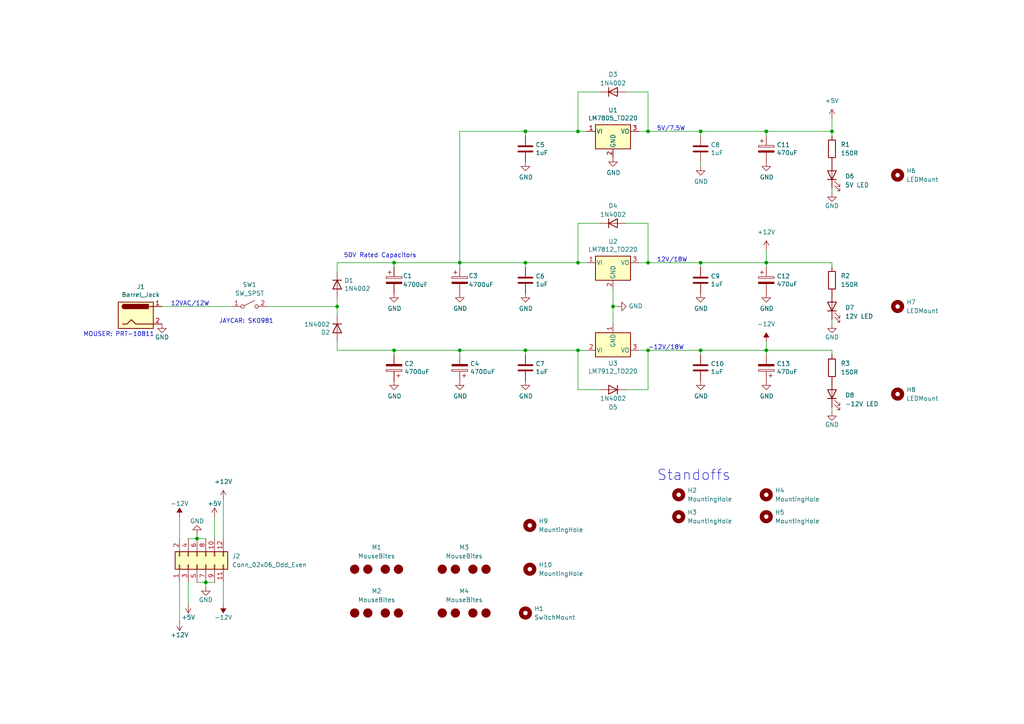
<source format=kicad_sch>
(kicad_sch (version 20211123) (generator eeschema)
  (paper "A4")
  (lib_symbols
    (symbol "Connector:Barrel_Jack" (pin_names (offset 1.016))
      (property "Reference" "J" (at 0 5.334 0))
      (property "Value" "Barrel_Jack" (at 0 -5.08 0))
      (symbol "Barrel_Jack_0_1"
        (rectangle (start -5.08 3.81) (end 5.08 -3.81) (stroke (width 0.254)) (fill (type background)))
        (arc (start -3.302 3.175) (mid -3.937 2.54) (end -3.302 1.905) (stroke (width 0.254)))
        (arc (start -3.302 3.175) (mid -3.937 2.54) (end -3.302 1.905) (stroke (width 0.254)) (fill (type outline)))
        (polyline (pts (xy 5.08 2.54) (xy 3.81 2.54)) (stroke (width 0.254)))
        (polyline (pts (xy -3.81 -2.54) (xy -2.54 -2.54) (xy -1.27 -1.27) (xy 0 -2.54) (xy 2.54 -2.54) (xy 5.08 -2.54)) (stroke (width 0.254)))
        (rectangle (start 3.683 3.175) (end -3.302 1.905) (stroke (width 0.254)) (fill (type outline)))
      )
      (symbol "Barrel_Jack_1_1"
        (pin passive line (at 7.62 2.54 180) (length 2.54) (name "~") (number "1"))
        (pin passive line (at 7.62 -2.54 180) (length 2.54) (name "~") (number "2"))
      )
    )
    (symbol "Connector_Generic:Conn_02x06_Odd_Even" (pin_names (offset 1.016) hide)
      (property "Reference" "J" (at 1.27 7.62 0))
      (property "Value" "Conn_02x06_Odd_Even" (at 1.27 -10.16 0))
      (symbol "Conn_02x06_Odd_Even_1_1"
        (rectangle (start -1.27 -7.493) (end 0 -7.747) (stroke (width 0.1524)))
        (rectangle (start -1.27 -4.953) (end 0 -5.207) (stroke (width 0.1524)))
        (rectangle (start -1.27 -2.413) (end 0 -2.667) (stroke (width 0.1524)))
        (rectangle (start -1.27 0.127) (end 0 -0.127) (stroke (width 0.1524)))
        (rectangle (start -1.27 2.667) (end 0 2.413) (stroke (width 0.1524)))
        (rectangle (start -1.27 5.207) (end 0 4.953) (stroke (width 0.1524)))
        (rectangle (start -1.27 6.35) (end 3.81 -8.89) (stroke (width 0.254)) (fill (type background)))
        (rectangle (start 3.81 -7.493) (end 2.54 -7.747) (stroke (width 0.1524)))
        (rectangle (start 3.81 -4.953) (end 2.54 -5.207) (stroke (width 0.1524)))
        (rectangle (start 3.81 -2.413) (end 2.54 -2.667) (stroke (width 0.1524)))
        (rectangle (start 3.81 0.127) (end 2.54 -0.127) (stroke (width 0.1524)))
        (rectangle (start 3.81 2.667) (end 2.54 2.413) (stroke (width 0.1524)))
        (rectangle (start 3.81 5.207) (end 2.54 4.953) (stroke (width 0.1524)))
        (pin passive line (at -5.08 5.08 0) (length 3.81) (name "Pin_1") (number "1"))
        (pin passive line (at 7.62 -5.08 180) (length 3.81) (name "Pin_10") (number "10"))
        (pin passive line (at -5.08 -7.62 0) (length 3.81) (name "Pin_11") (number "11"))
        (pin passive line (at 7.62 -7.62 180) (length 3.81) (name "Pin_12") (number "12"))
        (pin passive line (at 7.62 5.08 180) (length 3.81) (name "Pin_2") (number "2"))
        (pin passive line (at -5.08 2.54 0) (length 3.81) (name "Pin_3") (number "3"))
        (pin passive line (at 7.62 2.54 180) (length 3.81) (name "Pin_4") (number "4"))
        (pin passive line (at -5.08 0 0) (length 3.81) (name "Pin_5") (number "5"))
        (pin passive line (at 7.62 0 180) (length 3.81) (name "Pin_6") (number "6"))
        (pin passive line (at -5.08 -2.54 0) (length 3.81) (name "Pin_7") (number "7"))
        (pin passive line (at 7.62 -2.54 180) (length 3.81) (name "Pin_8") (number "8"))
        (pin passive line (at -5.08 -5.08 0) (length 3.81) (name "Pin_9") (number "9"))
      )
    )
    (symbol "Device:C" (pin_numbers hide) (pin_names (offset 0.254))
      (property "Reference" "C" (at 0.635 2.54 0))
      (property "Value" "C" (at 0.635 -2.54 0))
      (symbol "C_0_1"
        (polyline (pts (xy -2.032 -0.762) (xy 2.032 -0.762)) (stroke (width 0.508)))
        (polyline (pts (xy -2.032 0.762) (xy 2.032 0.762)) (stroke (width 0.508)))
      )
      (symbol "C_1_1"
        (pin passive line (at 0 3.81 270) (length 2.794) (name "~") (number "1"))
        (pin passive line (at 0 -3.81 90) (length 2.794) (name "~") (number "2"))
      )
    )
    (symbol "Device:CP" (pin_numbers hide) (pin_names (offset 0.254))
      (property "Reference" "C" (at 0.635 2.54 0))
      (property "Value" "Device_CP" (at 0.635 -2.54 0))
      (symbol "CP_0_1"
        (rectangle (start -2.286 0.508) (end 2.286 1.016))
        (polyline (pts (xy -1.778 2.286) (xy -0.762 2.286)))
        (polyline (pts (xy -1.27 2.794) (xy -1.27 1.778)))
        (rectangle (start 2.286 -0.508) (end -2.286 -1.016) (fill (type outline)))
      )
      (symbol "CP_1_1"
        (pin passive line (at 0 3.81 270) (length 2.794) (name "~") (number "1"))
        (pin passive line (at 0 -3.81 90) (length 2.794) (name "~") (number "2"))
      )
    )
    (symbol "Device:D" (pin_numbers hide) (pin_names (offset 1.016) hide)
      (property "Reference" "D" (at 0 2.54 0))
      (property "Value" "D" (at 0 -2.54 0))
      (symbol "D_0_1"
        (polyline (pts (xy -1.27 1.27) (xy -1.27 -1.27)) (stroke (width 0.254)))
        (polyline (pts (xy 1.27 0) (xy -1.27 0)))
        (polyline (pts (xy 1.27 1.27) (xy 1.27 -1.27) (xy -1.27 0) (xy 1.27 1.27)) (stroke (width 0.254)))
      )
      (symbol "D_1_1"
        (pin passive line (at -3.81 0 0) (length 2.54) (name "K") (number "1"))
        (pin passive line (at 3.81 0 180) (length 2.54) (name "A") (number "2"))
      )
    )
    (symbol "Device:LED" (pin_numbers hide) (pin_names (offset 1.016) hide)
      (property "Reference" "D" (at 0 2.54 0))
      (property "Value" "LED" (at 0 -2.54 0))
      (symbol "LED_0_1"
        (polyline (pts (xy -1.27 -1.27) (xy -1.27 1.27)) (stroke (width 0.254)))
        (polyline (pts (xy -1.27 0) (xy 1.27 0)))
        (polyline (pts (xy 1.27 -1.27) (xy 1.27 1.27) (xy -1.27 0) (xy 1.27 -1.27)) (stroke (width 0.254)))
        (polyline (pts (xy -3.048 -0.762) (xy -4.572 -2.286) (xy -3.81 -2.286) (xy -4.572 -2.286) (xy -4.572 -1.524)))
        (polyline (pts (xy -1.778 -0.762) (xy -3.302 -2.286) (xy -2.54 -2.286) (xy -3.302 -2.286) (xy -3.302 -1.524)))
      )
      (symbol "LED_1_1"
        (pin passive line (at -3.81 0 0) (length 2.54) (name "K") (number "1"))
        (pin passive line (at 3.81 0 180) (length 2.54) (name "A") (number "2"))
      )
    )
    (symbol "Device:R" (pin_numbers hide) (pin_names (offset 0))
      (property "Reference" "R" (at 2.032 0 90))
      (property "Value" "R" (at 0 0 90))
      (symbol "R_0_1"
        (rectangle (start -1.016 -2.54) (end 1.016 2.54) (stroke (width 0.254)))
      )
      (symbol "R_1_1"
        (pin passive line (at 0 3.81 270) (length 1.27) (name "~") (number "1"))
        (pin passive line (at 0 -3.81 90) (length 1.27) (name "~") (number "2"))
      )
    )
    (symbol "Mechanical:MountingHole" (pin_names (offset 1.016))
      (property "Reference" "H" (at 0 5.08 0))
      (property "Value" "MountingHole" (at 0 3.175 0))
      (symbol "MountingHole_0_1"
        (circle (center 0 0) (radius 1.27) (stroke (width 1.27)))
      )
    )
    (symbol "Regulator_Linear:LM7805_TO220" (pin_names (offset 0.254))
      (property "Reference" "U" (at -3.81 3.175 0))
      (property "Value" "LM7805_TO220" (at 0 3.175 0))
      (symbol "LM7805_TO220_0_1"
        (rectangle (start -5.08 1.905) (end 5.08 -5.08) (stroke (width 0.254)) (fill (type background)))
      )
      (symbol "LM7805_TO220_1_1"
        (pin power_in line (at -7.62 0 0) (length 2.54) (name "VI") (number "1"))
        (pin power_in line (at 0 -7.62 90) (length 2.54) (name "GND") (number "2"))
        (pin power_out line (at 7.62 0 180) (length 2.54) (name "VO") (number "3"))
      )
    )
    (symbol "Regulator_Linear:LM7812_TO220" (pin_names (offset 0.254))
      (property "Reference" "U" (at -3.81 3.175 0))
      (property "Value" "LM7812_TO220" (at 0 3.175 0))
      (symbol "LM7812_TO220_0_1"
        (rectangle (start -5.08 1.905) (end 5.08 -5.08) (stroke (width 0.254)) (fill (type background)))
      )
      (symbol "LM7812_TO220_1_1"
        (pin power_in line (at -7.62 0 0) (length 2.54) (name "VI") (number "1"))
        (pin power_in line (at 0 -7.62 90) (length 2.54) (name "GND") (number "2"))
        (pin power_out line (at 7.62 0 180) (length 2.54) (name "VO") (number "3"))
      )
    )
    (symbol "Regulator_Linear:LM7912_TO220" (pin_names (offset 0.254))
      (property "Reference" "U" (at -3.81 -3.175 0))
      (property "Value" "LM7912_TO220" (at 0 -3.175 0))
      (symbol "LM7912_TO220_0_1"
        (rectangle (start -5.08 5.08) (end 5.08 -1.905) (stroke (width 0.254)) (fill (type background)))
      )
      (symbol "LM7912_TO220_1_1"
        (pin power_in line (at 0 7.62 270) (length 2.54) (name "GND") (number "1"))
        (pin power_in line (at -7.62 0 0) (length 2.54) (name "VI") (number "2"))
        (pin power_out line (at 7.62 0 180) (length 2.54) (name "VO") (number "3"))
      )
    )
    (symbol "Switch:SW_SPST" (pin_names (offset 0) hide)
      (property "Reference" "SW" (at 0 3.175 0))
      (property "Value" "SW_SPST" (at 0 -2.54 0))
      (symbol "SW_SPST_0_0"
        (circle (center -2.032 0) (radius 0.508))
        (polyline (pts (xy -1.524 0.254) (xy 1.524 1.778)))
        (circle (center 2.032 0) (radius 0.508))
      )
      (symbol "SW_SPST_1_1"
        (pin passive line (at -5.08 0 0) (length 2.54) (name "A") (number "1"))
        (pin passive line (at 5.08 0 180) (length 2.54) (name "B") (number "2"))
      )
    )
    (symbol "Synth:MouseBites" (pin_numbers hide) (pin_names (offset 0) hide)
      (property "Reference" "M" (at 0 5.08 0))
      (property "Value" "MouseBites" (at 0 2.54 0))
      (symbol "MouseBites_0_1"
        (circle (center -6.35 0) (radius 1.27) (fill (type outline)))
        (circle (center -2.54 0) (radius 1.27) (fill (type outline)))
        (circle (center 2.54 0) (radius 1.27) (fill (type outline)))
        (circle (center 6.35 0) (radius 1.27) (fill (type outline)))
      )
    )
    (symbol "power:+12V" (power) (pin_names (offset 0))
      (property "Value" "+12V" (at 0 3.556 0))
      (symbol "+12V_0_1"
        (polyline (pts (xy -0.762 1.27) (xy 0 2.54)))
        (polyline (pts (xy 0 0) (xy 0 2.54)))
        (polyline (pts (xy 0 2.54) (xy 0.762 1.27)))
      )
      (symbol "+12V_1_1"
        (pin power_in line (at 0 0 90) (length 0) hide (name "+12V") (number "1"))
      )
    )
    (symbol "power:+5V" (power) (pin_names (offset 0))
      (property "Value" "+5V" (at 0 3.556 0))
      (symbol "+5V_0_1"
        (polyline (pts (xy -0.762 1.27) (xy 0 2.54)))
        (polyline (pts (xy 0 0) (xy 0 2.54)))
        (polyline (pts (xy 0 2.54) (xy 0.762 1.27)))
      )
      (symbol "+5V_1_1"
        (pin power_in line (at 0 0 90) (length 0) hide (name "+5V") (number "1"))
      )
    )
    (symbol "power:-12V" (power) (pin_names (offset 0))
      (property "Value" "-12V" (at 0 3.81 0))
      (symbol "-12V_0_0"
        (pin power_in line (at 0 0 90) (length 0) hide (name "-12V") (number "1"))
      )
      (symbol "-12V_0_1"
        (polyline (pts (xy 0 0) (xy 0 1.27) (xy 0.762 1.27) (xy 0 2.54) (xy -0.762 1.27) (xy 0 1.27)) (fill (type outline)))
      )
    )
    (symbol "power:GND" (power) (pin_names (offset 0))
      (property "Value" "GND" (at 0 -3.81 0))
      (symbol "GND_0_1"
        (polyline (pts (xy 0 0) (xy 0 -1.27) (xy 1.27 -1.27) (xy 0 -2.54) (xy -1.27 -1.27) (xy 0 -1.27)))
      )
      (symbol "GND_1_1"
        (pin power_in line (at 0 0 270) (length 0) hide (name "GND") (number "1"))
      )
    )
  )
  (junction (at 133.35 76.2))
  (junction (at 152.4 38.1))
  (junction (at 114.3 101.6))
  (junction (at 59.69 168.91))
  (junction (at 97.79 88.9))
  (junction (at 167.64 101.6))
  (junction (at 57.15 156.21))
  (junction (at 152.4 101.6))
  (junction (at 177.8 88.9))
  (junction (at 187.96 38.1))
  (junction (at 133.35 101.6))
  (junction (at 222.25 101.6))
  (junction (at 222.25 38.1))
  (junction (at 114.3 76.2))
  (junction (at 167.64 38.1))
  (junction (at 187.96 76.2))
  (junction (at 187.96 101.6))
  (junction (at 203.2 38.1))
  (junction (at 203.2 76.2))
  (junction (at 203.2 101.6))
  (junction (at 167.64 76.2))
  (junction (at 222.25 76.2))
  (junction (at 241.3 38.1))
  (junction (at 152.4 76.2))
  (wire (pts (xy 222.25 38.1) (xy 241.3 38.1)))
  (wire (pts (xy 54.61 168.91) (xy 54.61 175.26)))
  (wire (pts (xy 203.2 76.2) (xy 222.25 76.2)))
  (wire (pts (xy 177.8 83.82) (xy 177.8 88.9)))
  (wire (pts (xy 133.35 76.2) (xy 152.4 76.2)))
  (wire (pts (xy 181.61 64.77) (xy 187.96 64.77)))
  (wire (pts (xy 167.64 101.6) (xy 170.18 101.6)))
  (wire (pts (xy 97.79 78.74) (xy 97.79 76.2)))
  (wire (pts (xy 52.07 149.86) (xy 52.07 156.21)))
  (wire (pts (xy 203.2 39.37) (xy 203.2 38.1)))
  (wire (pts (xy 173.99 64.77) (xy 167.64 64.77)))
  (wire (pts (xy 203.2 38.1) (xy 222.25 38.1)))
  (wire (pts (xy 173.99 26.67) (xy 167.64 26.67)))
  (wire (pts (xy 173.99 113.03) (xy 167.64 113.03)))
  (wire (pts (xy 133.35 76.2) (xy 133.35 77.47)))
  (wire (pts (xy 152.4 38.1) (xy 167.64 38.1)))
  (wire (pts (xy 167.64 64.77) (xy 167.64 76.2)))
  (wire (pts (xy 187.96 101.6) (xy 203.2 101.6)))
  (wire (pts (xy 97.79 88.9) (xy 97.79 91.44)))
  (wire (pts (xy 185.42 101.6) (xy 187.96 101.6)))
  (wire (pts (xy 222.25 76.2) (xy 241.3 76.2)))
  (wire (pts (xy 152.4 77.47) (xy 152.4 76.2)))
  (wire (pts (xy 241.3 54.61) (xy 241.3 55.88)))
  (wire (pts (xy 187.96 101.6) (xy 187.96 113.03)))
  (wire (pts (xy 181.61 26.67) (xy 187.96 26.67)))
  (wire (pts (xy 167.64 76.2) (xy 170.18 76.2)))
  (wire (pts (xy 114.3 76.2) (xy 133.35 76.2)))
  (wire (pts (xy 203.2 46.99) (xy 203.2 48.26)))
  (wire (pts (xy 59.69 168.91) (xy 62.23 168.91)))
  (wire (pts (xy 57.15 154.94) (xy 57.15 156.21)))
  (wire (pts (xy 77.47 88.9) (xy 97.79 88.9)))
  (wire (pts (xy 187.96 76.2) (xy 203.2 76.2)))
  (wire (pts (xy 222.25 39.37) (xy 222.25 38.1)))
  (wire (pts (xy 97.79 76.2) (xy 114.3 76.2)))
  (wire (pts (xy 177.8 88.9) (xy 177.8 93.98)))
  (wire (pts (xy 241.3 76.2) (xy 241.3 77.47)))
  (wire (pts (xy 167.64 101.6) (xy 167.64 113.03)))
  (wire (pts (xy 52.07 180.34) (xy 52.07 168.91)))
  (wire (pts (xy 133.35 38.1) (xy 152.4 38.1)))
  (wire (pts (xy 114.3 76.2) (xy 114.3 77.47)))
  (wire (pts (xy 97.79 86.36) (xy 97.79 88.9)))
  (wire (pts (xy 222.25 76.2) (xy 222.25 72.39)))
  (wire (pts (xy 222.25 101.6) (xy 222.25 102.87)))
  (wire (pts (xy 203.2 102.87) (xy 203.2 101.6)))
  (wire (pts (xy 187.96 64.77) (xy 187.96 76.2)))
  (wire (pts (xy 114.3 101.6) (xy 133.35 101.6)))
  (wire (pts (xy 57.15 168.91) (xy 59.69 168.91)))
  (wire (pts (xy 241.3 38.1) (xy 241.3 39.37)))
  (wire (pts (xy 152.4 39.37) (xy 152.4 38.1)))
  (wire (pts (xy 179.07 88.9) (xy 177.8 88.9)))
  (wire (pts (xy 185.42 38.1) (xy 187.96 38.1)))
  (wire (pts (xy 152.4 76.2) (xy 167.64 76.2)))
  (wire (pts (xy 187.96 38.1) (xy 203.2 38.1)))
  (wire (pts (xy 54.61 156.21) (xy 57.15 156.21)))
  (wire (pts (xy 133.35 101.6) (xy 152.4 101.6)))
  (wire (pts (xy 203.2 101.6) (xy 222.25 101.6)))
  (wire (pts (xy 222.25 99.06) (xy 222.25 101.6)))
  (wire (pts (xy 64.77 168.91) (xy 64.77 175.26)))
  (wire (pts (xy 152.4 101.6) (xy 167.64 101.6)))
  (wire (pts (xy 185.42 76.2) (xy 187.96 76.2)))
  (wire (pts (xy 241.3 118.11) (xy 241.3 119.38)))
  (wire (pts (xy 152.4 102.87) (xy 152.4 101.6)))
  (wire (pts (xy 114.3 102.87) (xy 114.3 101.6)))
  (wire (pts (xy 187.96 26.67) (xy 187.96 38.1)))
  (wire (pts (xy 222.25 77.47) (xy 222.25 76.2)))
  (wire (pts (xy 62.23 149.86) (xy 62.23 156.21)))
  (wire (pts (xy 57.15 156.21) (xy 59.69 156.21)))
  (wire (pts (xy 167.64 38.1) (xy 170.18 38.1)))
  (wire (pts (xy 97.79 99.06) (xy 97.79 101.6)))
  (wire (pts (xy 59.69 168.91) (xy 59.69 170.18)))
  (wire (pts (xy 64.77 144.78) (xy 64.77 156.21)))
  (wire (pts (xy 222.25 101.6) (xy 241.3 101.6)))
  (wire (pts (xy 133.35 38.1) (xy 133.35 76.2)))
  (wire (pts (xy 167.64 26.67) (xy 167.64 38.1)))
  (wire (pts (xy 181.61 113.03) (xy 187.96 113.03)))
  (wire (pts (xy 241.3 34.29) (xy 241.3 38.1)))
  (wire (pts (xy 241.3 101.6) (xy 241.3 102.87)))
  (wire (pts (xy 67.31 88.9) (xy 46.99 88.9)))
  (wire (pts (xy 97.79 101.6) (xy 114.3 101.6)))
  (wire (pts (xy 133.35 102.87) (xy 133.35 101.6)))
  (wire (pts (xy 203.2 77.47) (xy 203.2 76.2)))
  (wire (pts (xy 241.3 92.71) (xy 241.3 93.98)))
  (text "JAYCAR: SK0981" (at 63.5 93.98 0) (effects (font (size 1.27 1.27)) (justify left bottom)))
  (text "MOUSER: PRT-10811\n" (at 24.13 97.79 0) (effects (font (size 1.27 1.27)) (justify left bottom)))
  (text "5V/7.5W\n" (at 190.5 38.1 0) (effects (font (size 1.27 1.27)) (justify left bottom)))
  (text "50V Rated Capacitors\n" (at 99.695 74.93 0) (effects (font (size 1.27 1.27)) (justify left bottom)))
  (text "12V/18W\n" (at 190.5 76.2 0) (effects (font (size 1.27 1.27)) (justify left bottom)))
  (text "-12V/18W\n" (at 187.96 101.6 0) (effects (font (size 1.27 1.27)) (justify left bottom)))
  (text "12VAC/12W" (at 49.53 88.9 0) (effects (font (size 1.27 1.27)) (justify left bottom)))
  (text "Standoffs" (at 190.5 139.7 0) (effects (font (size 3 3)) (justify left bottom)))
  (symbol (lib_id "Connector:Barrel_Jack") (at 39.37 91.44 0) (unit 1)
    (property "Reference" "J1" (at 40.8178 83.185 0))
    (property "Value" "Barrel_Jack" (at 40.8178 85.4964 0))
    (property "Footprint" "Synth:BarrelJack" (effects hide))
  )
  (symbol (lib_id "power:GND") (at 46.99 93.98 0) (unit 1)
    (property "Reference" "#PWR01" (effects hide))
    (property "Value" "GND" (at 46.99 97.79 0))
  )
  (symbol (lib_id "Device:D") (at 97.79 82.55 270) (unit 1)
    (property "Reference" "D1" (at 99.822 81.3816 90) (effects (justify left)))
    (property "Value" "1N4002" (at 99.822 83.693 90) (effects (justify left)))
    (property "Footprint" "Diode_THT:D_DO-15_P12.70mm_Horizontal" (effects hide))
  )
  (symbol (lib_id "Device:D") (at 97.79 95.25 270) (unit 1)
    (property "Reference" "D2" (at 95.758 96.4184 90) (effects (justify right)))
    (property "Value" "1N4002" (at 95.758 94.107 90) (effects (justify right)))
    (property "Footprint" "Diode_THT:D_DO-15_P12.70mm_Horizontal" (effects hide))
  )
  (symbol (lib_id "power:GND") (at 114.3 85.09 0) (unit 1)
    (property "Reference" "#PWR010" (effects hide))
    (property "Value" "GND" (at 114.427 89.4842 0))
  )
  (symbol (lib_id "power:GND") (at 114.3 110.49 0) (unit 1)
    (property "Reference" "#PWR011" (effects hide))
    (property "Value" "GND" (at 114.427 114.8842 0))
  )
  (symbol (lib_id "power:GND") (at 133.35 110.49 0) (unit 1)
    (property "Reference" "#PWR013" (effects hide))
    (property "Value" "GND" (at 133.477 114.8842 0))
  )
  (symbol (lib_id "Regulator_Linear:LM7812_TO220") (at 177.8 76.2 0) (unit 1)
    (property "Reference" "U2" (at 177.8 70.0532 0))
    (property "Value" "LM7812_TO220" (at 177.8 72.3646 0))
    (property "Footprint" "Package_TO_SOT_THT:TO-220-3_Vertical" (effects hide))
    (property "Datasheet" "https://www.onsemi.cn/PowerSolutions/document/MC7800-D.PDF" (effects hide))
  )
  (symbol (lib_id "Regulator_Linear:LM7912_TO220") (at 177.8 101.6 0) (unit 1)
    (property "Reference" "U3" (at 177.8 105.3846 0))
    (property "Value" "LM7912_TO220" (at 177.8 107.696 0))
    (property "Footprint" "Package_TO_SOT_THT:TO-220-3_Vertical" (effects hide))
    (property "Datasheet" "hhttps://www.onsemi.com/pub/Collateral/MC7900-D.PDF" (effects hide))
  )
  (symbol (lib_id "power:GND") (at 179.07 88.9 90) (unit 1)
    (property "Reference" "#PWR018" (effects hide))
    (property "Value" "GND" (at 182.3212 88.773 90) (effects (justify right)))
  )
  (symbol (lib_id "Device:C") (at 203.2 81.28 0) (unit 1)
    (property "Reference" "C9" (at 206.121 80.1116 0) (effects (justify left)))
    (property "Value" "1uF" (at 206.121 82.423 0) (effects (justify left)))
    (property "Footprint" "Capacitor_SMD:C_0805_2012Metric_Pad1.18x1.45mm_HandSolder" (effects hide))
  )
  (symbol (lib_id "Device:C") (at 203.2 106.68 0) (unit 1)
    (property "Reference" "C10" (at 206.121 105.5116 0) (effects (justify left)))
    (property "Value" "1uF" (at 206.121 107.823 0) (effects (justify left)))
    (property "Footprint" "Capacitor_SMD:C_0805_2012Metric_Pad1.18x1.45mm_HandSolder" (effects hide))
  )
  (symbol (lib_id "power:GND") (at 203.2 110.49 0) (unit 1)
    (property "Reference" "#PWR021" (effects hide))
    (property "Value" "GND" (at 203.327 114.8842 0))
  )
  (symbol (lib_id "power:GND") (at 203.2 85.09 0) (unit 1)
    (property "Reference" "#PWR020" (effects hide))
    (property "Value" "GND" (at 203.327 89.4842 0))
  )
  (symbol (lib_id "Device:CP") (at 114.3 81.28 0) (unit 1)
    (property "Reference" "C1" (at 116.84 80.01 0) (effects (justify left)))
    (property "Value" "4700uF" (at 116.84 82.55 0) (effects (justify left)))
    (property "Footprint" "Capacitor_THT:CP_Radial_D22.0mm_P10.00mm_SnapIn" (effects hide))
  )
  (symbol (lib_id "Device:CP") (at 133.35 106.68 180) (unit 1)
    (property "Reference" "C4" (at 136.3472 105.5116 0) (effects (justify right)))
    (property "Value" "4700uF" (at 136.3472 107.823 0) (effects (justify right)))
    (property "Footprint" "Capacitor_THT:CP_Radial_D22.0mm_P10.00mm_SnapIn" (effects hide))
  )
  (symbol (lib_id "power:+12V") (at 222.25 72.39 0) (unit 1)
    (property "Reference" "#PWR023" (effects hide))
    (property "Value" "+12V" (at 222.25 67.31 0))
  )
  (symbol (lib_id "power:-12V") (at 222.25 99.06 0) (unit 1)
    (property "Reference" "#PWR025" (effects hide))
    (property "Value" "-12V" (at 222.25 93.98 0))
  )
  (symbol (lib_id "Device:D") (at 177.8 64.77 0) (unit 1)
    (property "Reference" "D4" (at 177.8 59.69 0))
    (property "Value" "1N4002" (at 177.8 62.23 0))
    (property "Footprint" "Diode_THT:D_DO-15_P12.70mm_Horizontal" (effects hide))
  )
  (symbol (lib_id "power:GND") (at 222.25 85.09 0) (unit 1)
    (property "Reference" "#PWR024" (effects hide))
    (property "Value" "GND" (at 222.377 89.4842 0))
  )
  (symbol (lib_id "Device:CP") (at 222.25 81.28 0) (unit 1)
    (property "Reference" "C12" (at 225.2472 80.1116 0) (effects (justify left)))
    (property "Value" "470uF" (at 225.2472 82.423 0) (effects (justify left)))
    (property "Footprint" "Capacitor_THT:CP_Radial_D10.0mm_P5.00mm" (effects hide))
  )
  (symbol (lib_id "Regulator_Linear:LM7805_TO220") (at 177.8 38.1 0) (unit 1)
    (property "Reference" "U1" (at 177.8 31.9532 0))
    (property "Value" "LM7805_TO220" (at 177.8 34.2646 0))
    (property "Footprint" "Package_TO_SOT_THT:TO-220-3_Vertical" (effects hide))
    (property "Datasheet" "https://www.onsemi.cn/PowerSolutions/document/MC7800-D.PDF" (effects hide))
  )
  (symbol (lib_id "power:GND") (at 177.8 45.72 0) (unit 1)
    (property "Reference" "#PWR017" (effects hide))
    (property "Value" "GND" (at 177.927 50.1142 0))
  )
  (symbol (lib_id "Device:C") (at 203.2 43.18 0) (unit 1)
    (property "Reference" "C8" (at 206.121 42.0116 0) (effects (justify left)))
    (property "Value" "1uF" (at 206.121 44.323 0) (effects (justify left)))
    (property "Footprint" "Capacitor_SMD:C_0805_2012Metric_Pad1.18x1.45mm_HandSolder" (effects hide))
  )
  (symbol (lib_id "power:GND") (at 203.2 48.26 0) (unit 1)
    (property "Reference" "#PWR019" (effects hide))
    (property "Value" "GND" (at 203.327 52.6542 0))
  )
  (symbol (lib_id "Device:D") (at 177.8 113.03 180) (unit 1)
    (property "Reference" "D5" (at 177.8 118.11 0))
    (property "Value" "1N4002" (at 177.8 115.57 0))
    (property "Footprint" "Diode_THT:D_DO-15_P12.70mm_Horizontal" (effects hide))
  )
  (symbol (lib_id "Device:D") (at 177.8 26.67 0) (unit 1)
    (property "Reference" "D3" (at 177.8 21.59 0))
    (property "Value" "1N4002" (at 177.8 24.13 0))
    (property "Footprint" "Diode_THT:D_DO-15_P12.70mm_Horizontal" (effects hide))
  )
  (symbol (lib_id "Switch:SW_SPST") (at 72.39 88.9 0) (unit 1)
    (property "Reference" "SW1" (at 72.39 82.55 0))
    (property "Value" "SW_SPST" (at 72.39 85.09 0))
    (property "Footprint" "Connector_Wire:SolderWire-1sqmm_1x02_P5.4mm_D1.4mm_OD2.7mm_Relief" (effects hide))
  )
  (symbol (lib_id "Connector_Generic:Conn_02x06_Odd_Even") (at 57.15 163.83 90) (unit 1)
    (property "Reference" "J2" (at 67.31 161.2899 90) (effects (justify right)))
    (property "Value" "Conn_02x06_Odd_Even" (at 67.31 163.8299 90) (effects (justify right)))
    (property "Footprint" "Synth:IDC-Header_2x06_P2.54mm_Vertical" (effects hide))
  )
  (symbol (lib_id "power:+5V") (at 54.61 175.26 180) (unit 1)
    (property "Reference" "#PWR04" (effects hide))
    (property "Value" "+5V" (at 54.61 179.07 0))
  )
  (symbol (lib_id "power:+12V") (at 64.77 144.78 0) (unit 1)
    (property "Reference" "#PWR08" (effects hide))
    (property "Value" "+12V" (at 64.77 139.7 0))
  )
  (symbol (lib_id "Device:LED") (at 241.3 50.8 90) (unit 1)
    (property "Reference" "D6" (at 245.11 51.1174 90) (effects (justify right)))
    (property "Value" "5V LED" (at 245.11 53.6574 90) (effects (justify right)))
    (property "Footprint" "LED_THT:LED_D5.0mm" (effects hide))
  )
  (symbol (lib_id "Device:CP") (at 222.25 43.18 0) (unit 1)
    (property "Reference" "C11" (at 225.2472 42.0116 0) (effects (justify left)))
    (property "Value" "470uF" (at 225.2472 44.323 0) (effects (justify left)))
    (property "Footprint" "Capacitor_THT:CP_Radial_D10.0mm_P5.00mm" (effects hide))
  )
  (symbol (lib_id "power:GND") (at 241.3 119.38 0) (unit 1)
    (property "Reference" "#PWR030" (effects hide))
    (property "Value" "GND" (at 241.3 123.19 0))
  )
  (symbol (lib_id "Device:R") (at 241.3 106.68 0) (unit 1)
    (property "Reference" "R3" (at 243.84 105.4099 0) (effects (justify left)))
    (property "Value" "150R" (at 243.84 107.9499 0) (effects (justify left)))
    (property "Footprint" "Resistor_SMD:R_0805_2012Metric_Pad1.20x1.40mm_HandSolder" (effects hide))
  )
  (symbol (lib_id "power:+12V") (at 52.07 180.34 180) (unit 1)
    (property "Reference" "#PWR03" (effects hide))
    (property "Value" "+12V" (at 52.07 184.15 0))
  )
  (symbol (lib_id "power:GND") (at 241.3 55.88 0) (unit 1)
    (property "Reference" "#PWR028" (effects hide))
    (property "Value" "GND" (at 241.3 59.69 0))
  )
  (symbol (lib_id "power:GND") (at 152.4 110.49 0) (unit 1)
    (property "Reference" "#PWR016" (effects hide))
    (property "Value" "GND" (at 152.527 114.8842 0))
  )
  (symbol (lib_id "Mechanical:MountingHole") (at 152.4 177.8 0) (unit 1)
    (property "Reference" "H1" (at 154.94 176.5299 0) (effects (justify left)))
    (property "Value" "SwitchMount" (at 154.94 179.0699 0) (effects (justify left)))
    (property "Footprint" "Synth:SwitchMount" (effects hide))
  )
  (symbol (lib_id "Mechanical:MountingHole") (at 260.35 50.8 0) (unit 1)
    (property "Reference" "H6" (at 262.89 49.5299 0) (effects (justify left)))
    (property "Value" "LEDMount" (at 262.89 52.0699 0) (effects (justify left)))
    (property "Footprint" "MountingHole:MountingHole_5mm" (effects hide))
  )
  (symbol (lib_id "power:-12V") (at 52.07 149.86 0) (unit 1)
    (property "Reference" "#PWR02" (effects hide))
    (property "Value" "-12V" (at 52.07 146.05 0))
  )
  (symbol (lib_id "Device:LED") (at 241.3 88.9 90) (unit 1)
    (property "Reference" "D7" (at 245.11 89.2174 90) (effects (justify right)))
    (property "Value" "12V LED" (at 245.11 91.7574 90) (effects (justify right)))
    (property "Footprint" "LED_THT:LED_D5.0mm" (effects hide))
  )
  (symbol (lib_id "Device:CP") (at 222.25 106.68 180) (unit 1)
    (property "Reference" "C13" (at 225.2472 105.5116 0) (effects (justify right)))
    (property "Value" "470uF" (at 225.2472 107.823 0) (effects (justify right)))
    (property "Footprint" "Capacitor_THT:CP_Radial_D10.0mm_P5.00mm" (effects hide))
  )
  (symbol (lib_id "Mechanical:MountingHole") (at 153.67 152.4 0) (unit 1)
    (property "Reference" "H9" (at 156.21 151.1299 0) (effects (justify left)))
    (property "Value" "MountingHole" (at 156.21 153.67 0) (effects (justify left)))
    (property "Footprint" "MountingHole:MountingHole_5.3mm_M5" (effects hide))
  )
  (symbol (lib_id "Device:LED") (at 241.3 114.3 90) (unit 1)
    (property "Reference" "D8" (at 245.11 114.6174 90) (effects (justify right)))
    (property "Value" "-12V LED" (at 245.11 117.1574 90) (effects (justify right)))
    (property "Footprint" "LED_THT:LED_D5.0mm" (effects hide))
  )
  (symbol (lib_id "power:+5V") (at 241.3 34.29 0) (unit 1)
    (property "Reference" "#PWR027" (effects hide))
    (property "Value" "+5V" (at 241.3 29.21 0))
  )
  (symbol (lib_id "power:GND") (at 133.35 85.09 0) (unit 1)
    (property "Reference" "#PWR012" (effects hide))
    (property "Value" "GND" (at 133.477 89.4842 0))
  )
  (symbol (lib_id "Device:CP") (at 114.3 106.68 180) (unit 1)
    (property "Reference" "C2" (at 117.2972 105.5116 0) (effects (justify right)))
    (property "Value" "4700uF" (at 117.2972 107.823 0) (effects (justify right)))
    (property "Footprint" "Capacitor_THT:CP_Radial_D22.0mm_P10.00mm_SnapIn" (effects hide))
  )
  (symbol (lib_id "Device:C") (at 152.4 43.18 0) (unit 1)
    (property "Reference" "C5" (at 155.321 42.0116 0) (effects (justify left)))
    (property "Value" "1uF" (at 155.321 44.323 0) (effects (justify left)))
    (property "Footprint" "Capacitor_SMD:C_0805_2012Metric_Pad1.18x1.45mm_HandSolder" (effects hide))
  )
  (symbol (lib_id "power:GND") (at 241.3 93.98 0) (unit 1)
    (property "Reference" "#PWR029" (effects hide))
    (property "Value" "GND" (at 241.3 97.79 0))
  )
  (symbol (lib_id "Mechanical:MountingHole") (at 260.35 88.9 0) (unit 1)
    (property "Reference" "H7" (at 262.89 87.6299 0) (effects (justify left)))
    (property "Value" "LEDMount" (at 262.89 90.1699 0) (effects (justify left)))
    (property "Footprint" "MountingHole:MountingHole_5mm" (effects hide))
  )
  (symbol (lib_id "Mechanical:MountingHole") (at 222.25 143.51 0) (unit 1)
    (property "Reference" "H4" (at 224.79 142.2399 0) (effects (justify left)))
    (property "Value" "MountingHole" (at 224.79 144.7799 0) (effects (justify left)))
    (property "Footprint" "MountingHole:MountingHole_3.2mm_M3" (effects hide))
  )
  (symbol (lib_id "Device:CP") (at 133.35 81.28 0) (unit 1)
    (property "Reference" "C3" (at 135.89 80.01 0) (effects (justify left)))
    (property "Value" "4700uF" (at 135.89 82.55 0) (effects (justify left)))
    (property "Footprint" "Capacitor_THT:CP_Radial_D22.0mm_P10.00mm_SnapIn" (effects hide))
  )
  (symbol (lib_id "power:GND") (at 57.15 154.94 180) (unit 1)
    (property "Reference" "#PWR05" (effects hide))
    (property "Value" "GND" (at 57.15 151.13 0))
  )
  (symbol (lib_id "Device:C") (at 152.4 81.28 0) (unit 1)
    (property "Reference" "C6" (at 155.321 80.1116 0) (effects (justify left)))
    (property "Value" "1uF" (at 155.321 82.423 0) (effects (justify left)))
    (property "Footprint" "Capacitor_SMD:C_0805_2012Metric_Pad1.18x1.45mm_HandSolder" (effects hide))
  )
  (symbol (lib_id "Device:R") (at 241.3 81.28 0) (unit 1)
    (property "Reference" "R2" (at 243.84 80.0099 0) (effects (justify left)))
    (property "Value" "150R" (at 243.84 82.5499 0) (effects (justify left)))
    (property "Footprint" "Resistor_SMD:R_0805_2012Metric_Pad1.20x1.40mm_HandSolder" (effects hide))
  )
  (symbol (lib_id "power:-12V") (at 64.77 175.26 180) (unit 1)
    (property "Reference" "#PWR09" (effects hide))
    (property "Value" "-12V" (at 64.77 179.07 0))
  )
  (symbol (lib_id "Mechanical:MountingHole") (at 153.67 165.1 0) (unit 1)
    (property "Reference" "H10" (at 156.21 163.8299 0) (effects (justify left)))
    (property "Value" "MountingHole" (at 156.21 166.37 0) (effects (justify left)))
    (property "Footprint" "MountingHole:MountingHole_5.3mm_M5" (effects hide))
  )
  (symbol (lib_id "Mechanical:MountingHole") (at 196.85 149.86 0) (unit 1)
    (property "Reference" "H3" (at 199.39 148.5899 0) (effects (justify left)))
    (property "Value" "MountingHole" (at 199.39 151.1299 0) (effects (justify left)))
    (property "Footprint" "MountingHole:MountingHole_3.2mm_M3" (effects hide))
  )
  (symbol (lib_id "Synth:MouseBites") (at 134.62 165.1 0) (unit 1)
    (property "Reference" "M3" (at 134.62 158.75 0))
    (property "Value" "MouseBites" (at 134.62 161.29 0))
    (property "Footprint" "Panelization:mouse-bite-5mm-slot" (effects hide))
  )
  (symbol (lib_id "Mechanical:MountingHole") (at 196.85 143.51 0) (unit 1)
    (property "Reference" "H2" (at 199.39 142.2399 0) (effects (justify left)))
    (property "Value" "MountingHole" (at 199.39 144.7799 0) (effects (justify left)))
    (property "Footprint" "MountingHole:MountingHole_3.2mm_M3" (effects hide))
  )
  (symbol (lib_id "power:GND") (at 152.4 85.09 0) (unit 1)
    (property "Reference" "#PWR015" (effects hide))
    (property "Value" "GND" (at 152.527 89.4842 0))
  )
  (symbol (lib_id "Synth:MouseBites") (at 109.22 177.8 0) (unit 1)
    (property "Reference" "M2" (at 109.22 171.45 0))
    (property "Value" "MouseBites" (at 109.22 173.99 0))
    (property "Footprint" "Panelization:mouse-bite-5mm-slot" (effects hide))
  )
  (symbol (lib_id "power:+5V") (at 62.23 149.86 0) (unit 1)
    (property "Reference" "#PWR07" (effects hide))
    (property "Value" "+5V" (at 62.23 146.05 0))
  )
  (symbol (lib_id "Device:C") (at 152.4 106.68 0) (unit 1)
    (property "Reference" "C7" (at 155.321 105.5116 0) (effects (justify left)))
    (property "Value" "1uF" (at 155.321 107.823 0) (effects (justify left)))
    (property "Footprint" "Capacitor_SMD:C_0805_2012Metric_Pad1.18x1.45mm_HandSolder" (effects hide))
  )
  (symbol (lib_id "Mechanical:MountingHole") (at 260.35 114.3 0) (unit 1)
    (property "Reference" "H8" (at 262.89 113.0299 0) (effects (justify left)))
    (property "Value" "LEDMount" (at 262.89 115.5699 0) (effects (justify left)))
    (property "Footprint" "MountingHole:MountingHole_5mm" (effects hide))
  )
  (symbol (lib_id "power:GND") (at 59.69 170.18 0) (unit 1)
    (property "Reference" "#PWR06" (effects hide))
    (property "Value" "GND" (at 59.69 173.99 0))
  )
  (symbol (lib_id "power:GND") (at 222.25 110.49 0) (unit 1)
    (property "Reference" "#PWR026" (effects hide))
    (property "Value" "GND" (at 222.377 114.8842 0))
  )
  (symbol (lib_id "Mechanical:MountingHole") (at 222.25 149.86 0) (unit 1)
    (property "Reference" "H5" (at 224.79 148.5899 0) (effects (justify left)))
    (property "Value" "MountingHole" (at 224.79 151.1299 0) (effects (justify left)))
    (property "Footprint" "MountingHole:MountingHole_3.2mm_M3" (effects hide))
  )
  (symbol (lib_id "power:GND") (at 222.25 46.99 0) (unit 1)
    (property "Reference" "#PWR022" (effects hide))
    (property "Value" "GND" (at 222.377 51.3842 0))
  )
  (symbol (lib_id "Synth:MouseBites") (at 109.22 165.1 0) (unit 1)
    (property "Reference" "M1" (at 109.22 158.75 0))
    (property "Value" "MouseBites" (at 109.22 161.29 0))
    (property "Footprint" "Panelization:mouse-bite-5mm-slot" (effects hide))
  )
  (symbol (lib_id "Synth:MouseBites") (at 134.62 177.8 0) (unit 1)
    (property "Reference" "M4" (at 134.62 171.45 0))
    (property "Value" "MouseBites" (at 134.62 173.99 0))
    (property "Footprint" "Panelization:mouse-bite-5mm-slot" (effects hide))
  )
  (symbol (lib_id "Device:R") (at 241.3 43.18 0) (unit 1)
    (property "Reference" "R1" (at 243.84 41.9099 0) (effects (justify left)))
    (property "Value" "150R" (at 243.84 44.4499 0) (effects (justify left)))
    (property "Footprint" "Resistor_SMD:R_0805_2012Metric_Pad1.20x1.40mm_HandSolder" (effects hide))
  )
  (symbol (lib_id "power:GND") (at 152.4 46.99 0) (unit 1)
    (property "Reference" "#PWR014" (effects hide))
    (property "Value" "GND" (at 152.527 51.3842 0))
  )
)
</source>
